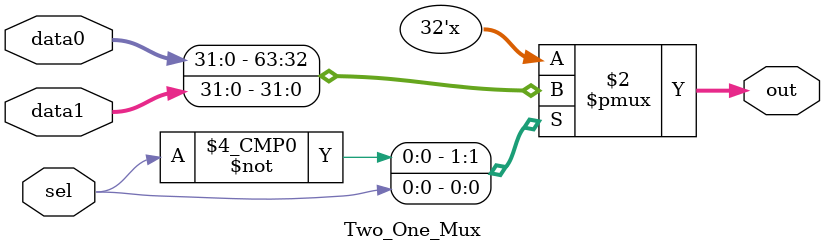
<source format=sv>
module Two_One_Mux ( input logic [31:0] data0,data1, input logic sel, output logic [31:0] out);
always_comb begin
	case(sel)
	1'b0: out = data0;
	1'b1:  out = data1;
	default: out = 32'b0;
	endcase

end
endmodule
</source>
